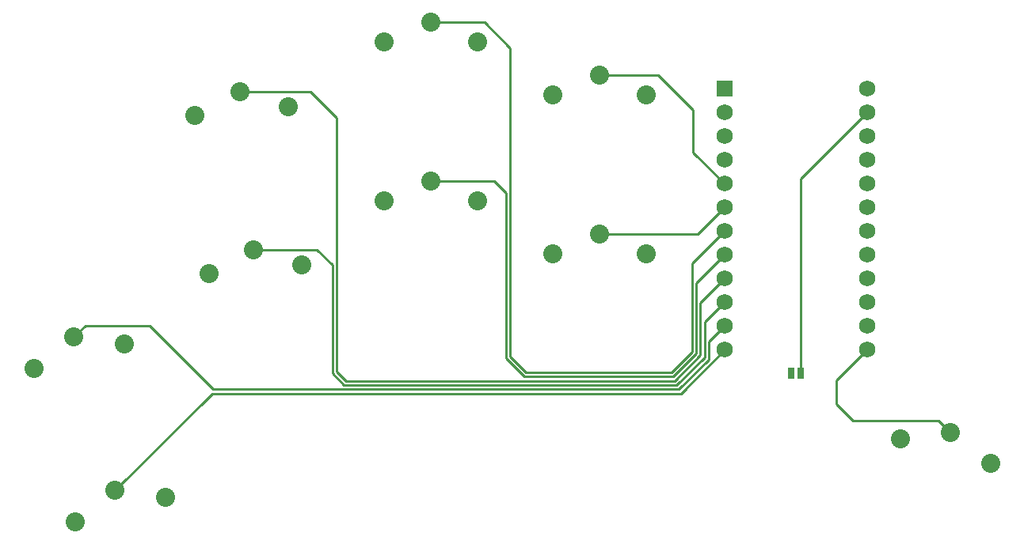
<source format=gbr>
%TF.GenerationSoftware,KiCad,Pcbnew,(5.1.9)-1*%
%TF.CreationDate,2021-06-26T19:41:31+02:00*%
%TF.ProjectId,idiosepius_thailandicus_choc,6964696f-7365-4706-9975-735f74686169,VERSION_HERE*%
%TF.SameCoordinates,Original*%
%TF.FileFunction,Copper,L2,Bot*%
%TF.FilePolarity,Positive*%
%FSLAX46Y46*%
G04 Gerber Fmt 4.6, Leading zero omitted, Abs format (unit mm)*
G04 Created by KiCad (PCBNEW (5.1.9)-1) date 2021-06-26 19:41:31*
%MOMM*%
%LPD*%
G01*
G04 APERTURE LIST*
%TA.AperFunction,ComponentPad*%
%ADD10C,2.032000*%
%TD*%
%TA.AperFunction,ComponentPad*%
%ADD11R,1.752600X1.752600*%
%TD*%
%TA.AperFunction,ComponentPad*%
%ADD12C,1.752600*%
%TD*%
%TA.AperFunction,SMDPad,CuDef*%
%ADD13R,0.635000X1.143000*%
%TD*%
%TA.AperFunction,ComponentPad*%
%ADD14C,0.600000*%
%TD*%
%TA.AperFunction,Conductor*%
%ADD15C,0.250000*%
%TD*%
G04 APERTURE END LIST*
D10*
%TO.P,S1,1*%
%TO.N,GND*%
X17446193Y4385352D03*
%TO.P,S1,2*%
%TO.N,P10*%
X12073044Y5119701D03*
%TO.P,S1,1*%
%TO.N,GND*%
X7786934Y1797162D03*
%TO.P,S1,2*%
%TO.N,P10*%
X12073044Y5119701D03*
%TD*%
%TO.P,S2,1*%
%TO.N,GND*%
X13046270Y20806091D03*
%TO.P,S2,2*%
%TO.N,P16*%
X7673121Y21540440D03*
%TO.P,S2,1*%
%TO.N,GND*%
X3387011Y18217901D03*
%TO.P,S2,2*%
%TO.N,P16*%
X7673121Y21540440D03*
%TD*%
%TO.P,S3,1*%
%TO.N,GND*%
X32058700Y29254140D03*
%TO.P,S3,2*%
%TO.N,P14*%
X26894699Y30910370D03*
%TO.P,S3,1*%
%TO.N,GND*%
X22096753Y28382582D03*
%TO.P,S3,2*%
%TO.N,P14*%
X26894699Y30910370D03*
%TD*%
%TO.P,S4,1*%
%TO.N,GND*%
X30577052Y46189450D03*
%TO.P,S4,2*%
%TO.N,P15*%
X25413051Y47845680D03*
%TO.P,S4,1*%
%TO.N,GND*%
X20615105Y45317892D03*
%TO.P,S4,2*%
%TO.N,P15*%
X25413051Y47845680D03*
%TD*%
%TO.P,S5,1*%
%TO.N,GND*%
X50842735Y36133883D03*
%TO.P,S5,2*%
%TO.N,P18*%
X45842735Y38233883D03*
%TO.P,S5,1*%
%TO.N,GND*%
X40842735Y36133883D03*
%TO.P,S5,2*%
%TO.N,P18*%
X45842735Y38233883D03*
%TD*%
%TO.P,S6,1*%
%TO.N,GND*%
X50842735Y53133883D03*
%TO.P,S6,2*%
%TO.N,P19*%
X45842735Y55233883D03*
%TO.P,S6,1*%
%TO.N,GND*%
X40842735Y53133883D03*
%TO.P,S6,2*%
%TO.N,P19*%
X45842735Y55233883D03*
%TD*%
%TO.P,S7,1*%
%TO.N,GND*%
X68842735Y30467217D03*
%TO.P,S7,2*%
%TO.N,P20*%
X63842735Y32567217D03*
%TO.P,S7,1*%
%TO.N,GND*%
X58842735Y30467217D03*
%TO.P,S7,2*%
%TO.N,P20*%
X63842735Y32567217D03*
%TD*%
%TO.P,S8,1*%
%TO.N,GND*%
X68842735Y47467217D03*
%TO.P,S8,2*%
%TO.N,P21*%
X63842735Y49567217D03*
%TO.P,S8,1*%
%TO.N,GND*%
X58842735Y47467217D03*
%TO.P,S8,2*%
%TO.N,P21*%
X63842735Y49567217D03*
%TD*%
%TO.P,S9,1*%
%TO.N,GND*%
X105655877Y8043640D03*
%TO.P,S9,2*%
%TO.N,P9*%
X101369767Y11366179D03*
%TO.P,S9,1*%
%TO.N,GND*%
X95996618Y10631830D03*
%TO.P,S9,2*%
%TO.N,P9*%
X101369767Y11366179D03*
%TD*%
D11*
%TO.P,C1,1*%
%TO.N,RAW*%
X77222735Y48137217D03*
D12*
%TO.P,C1,2*%
%TO.N,GND*%
X77222735Y45597217D03*
%TO.P,C1,3*%
%TO.N,RST*%
X77222735Y43057217D03*
%TO.P,C1,4*%
%TO.N,VCC*%
X77222735Y40517217D03*
%TO.P,C1,5*%
%TO.N,P21*%
X77222735Y37977217D03*
%TO.P,C1,6*%
%TO.N,P20*%
X77222735Y35437217D03*
%TO.P,C1,7*%
%TO.N,P19*%
X77222735Y32897217D03*
%TO.P,C1,8*%
%TO.N,P18*%
X77222735Y30357217D03*
%TO.P,C1,9*%
%TO.N,P15*%
X77222735Y27817217D03*
%TO.P,C1,10*%
%TO.N,P14*%
X77222735Y25277217D03*
%TO.P,C1,11*%
%TO.N,P16*%
X77222735Y22737217D03*
%TO.P,C1,12*%
%TO.N,P10*%
X77222735Y20197217D03*
%TO.P,C1,13*%
%TO.N,P1*%
X92462735Y48137217D03*
%TO.P,C1,14*%
%TO.N,P0*%
X92462735Y45597217D03*
%TO.P,C1,15*%
%TO.N,GND*%
X92462735Y43057217D03*
%TO.P,C1,16*%
X92462735Y40517217D03*
%TO.P,C1,17*%
%TO.N,P2*%
X92462735Y37977217D03*
%TO.P,C1,18*%
%TO.N,P3*%
X92462735Y35437217D03*
%TO.P,C1,19*%
%TO.N,P4*%
X92462735Y32897217D03*
%TO.P,C1,20*%
%TO.N,P5*%
X92462735Y30357217D03*
%TO.P,C1,21*%
%TO.N,P6*%
X92462735Y27817217D03*
%TO.P,C1,22*%
%TO.N,P7*%
X92462735Y25277217D03*
%TO.P,C1,23*%
%TO.N,P8*%
X92462735Y22737217D03*
%TO.P,C1,24*%
%TO.N,P9*%
X92462735Y20197217D03*
%TD*%
D13*
%TO.P,J2,1*%
%TO.N,GND*%
X84342355Y17667217D03*
%TO.P,J2,2*%
%TO.N,P0*%
X85343115Y17667217D03*
%TD*%
D14*
%TO.P,REF\u002A\u002A,1*%
%TO.N,GND*%
X84342735Y17667217D03*
%TD*%
D15*
%TO.N,P10*%
X72545518Y15520000D02*
X77222735Y20197217D01*
X22473343Y15520000D02*
X72545518Y15520000D01*
X12073044Y5119701D02*
X22473343Y15520000D01*
%TO.N,P16*%
X7673121Y21540440D02*
X8882681Y22750000D01*
X15780000Y22750000D02*
X22559990Y15970010D01*
X8882681Y22750000D02*
X15780000Y22750000D01*
X22559990Y15970010D02*
X72359118Y15970010D01*
X72359118Y15970010D02*
X75550000Y19160892D01*
X75550000Y21064482D02*
X77222735Y22737217D01*
X75550000Y19160892D02*
X75550000Y21064482D01*
%TO.N,P14*%
X26894699Y30910370D02*
X33669630Y30910370D01*
X33669630Y30910370D02*
X35320000Y29260000D01*
X35320000Y17640000D02*
X36539980Y16420020D01*
X35320000Y29260000D02*
X35320000Y17640000D01*
X75099990Y23154472D02*
X77222735Y25277217D01*
X75099990Y19409990D02*
X75099990Y23154472D01*
X72110020Y16420020D02*
X75099990Y19409990D01*
X36539980Y16420020D02*
X72110020Y16420020D01*
%TO.N,P15*%
X74649980Y25244462D02*
X77222735Y27817217D01*
X74649980Y19596390D02*
X74649980Y25244462D01*
X71923620Y16870030D02*
X74649980Y19596390D01*
X36726380Y16870030D02*
X71923620Y16870030D01*
X35770010Y45039990D02*
X35770010Y17826400D01*
X32964320Y47845680D02*
X35770010Y45039990D01*
X35770010Y17826400D02*
X36726380Y16870030D01*
X25413051Y47845680D02*
X32964320Y47845680D01*
%TO.N,P18*%
X74199970Y27334452D02*
X77222735Y30357217D01*
X74199970Y19782790D02*
X74199970Y27334452D01*
X55773550Y17320040D02*
X71737220Y17320040D01*
X53840000Y19253590D02*
X55773550Y17320040D01*
X53840000Y36960000D02*
X53840000Y19253590D01*
X71737220Y17320040D02*
X74199970Y19782790D01*
X52566117Y38233883D02*
X53840000Y36960000D01*
X45842735Y38233883D02*
X52566117Y38233883D01*
%TO.N,P19*%
X73749960Y29424442D02*
X77222735Y32897217D01*
X73749960Y19969190D02*
X73749960Y29424442D01*
X54300010Y19439990D02*
X55969950Y17770050D01*
X54290010Y19439990D02*
X54300010Y19439990D01*
X55969950Y17770050D02*
X71550820Y17770050D01*
X54290010Y52510010D02*
X54290010Y19439990D01*
X71550820Y17770050D02*
X73749960Y19969190D01*
X51566137Y55233883D02*
X54290010Y52510010D01*
X45842735Y55233883D02*
X51566137Y55233883D01*
%TO.N,P20*%
X74352735Y32567217D02*
X77222735Y35437217D01*
X63842735Y32567217D02*
X74352735Y32567217D01*
%TO.N,P21*%
X63842735Y49567217D02*
X70162783Y49567217D01*
X70162783Y49567217D02*
X73880000Y45850000D01*
X73880000Y41319952D02*
X77222735Y37977217D01*
X73880000Y45850000D02*
X73880000Y41319952D01*
%TO.N,P9*%
X89170000Y16904482D02*
X92462735Y20197217D01*
X89170000Y14420000D02*
X89170000Y16904482D01*
X100115946Y12620000D02*
X90970000Y12620000D01*
X90970000Y12620000D02*
X89170000Y14420000D01*
X101369767Y11366179D02*
X100115946Y12620000D01*
%TO.N,P0*%
X85343115Y38477597D02*
X92462735Y45597217D01*
X85343115Y17667217D02*
X85343115Y38477597D01*
%TD*%
M02*

</source>
